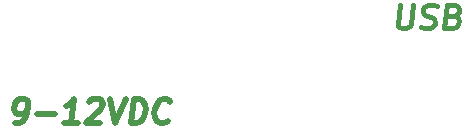
<source format=gts>
G04 #@! TF.GenerationSoftware,KiCad,Pcbnew,5.0.0-rc2*
G04 #@! TF.CreationDate,2019-06-24T18:00:31-04:00*
G04 #@! TF.ProjectId,panelback,70616E656C6261636B2E6B696361645F,rev?*
G04 #@! TF.SameCoordinates,Original*
G04 #@! TF.FileFunction,Soldermask,Top*
G04 #@! TF.FilePolarity,Negative*
%FSLAX46Y46*%
G04 Gerber Fmt 4.6, Leading zero omitted, Abs format (unit mm)*
G04 Created by KiCad (PCBNEW 5.0.0-rc2) date Mon Jun 24 18:00:31 2019*
%MOMM*%
%LPD*%
G01*
G04 APERTURE LIST*
%ADD10C,0.400000*%
%ADD11C,0.500000*%
G04 APERTURE END LIST*
D10*
X100018095Y-87904761D02*
X99815714Y-89523809D01*
X99887142Y-89714285D01*
X99970476Y-89809523D01*
X100149047Y-89904761D01*
X100529999Y-89904761D01*
X100732380Y-89809523D01*
X100839523Y-89714285D01*
X100958571Y-89523809D01*
X101160952Y-87904761D01*
X101779999Y-89809523D02*
X102053809Y-89904761D01*
X102530000Y-89904761D01*
X102732380Y-89809523D01*
X102839523Y-89714285D01*
X102958571Y-89523809D01*
X102982380Y-89333333D01*
X102910952Y-89142857D01*
X102827619Y-89047619D01*
X102649047Y-88952380D01*
X102279999Y-88857142D01*
X102101428Y-88761904D01*
X102018095Y-88666666D01*
X101946666Y-88476190D01*
X101970476Y-88285714D01*
X102089523Y-88095238D01*
X102196666Y-88000000D01*
X102399047Y-87904761D01*
X102875238Y-87904761D01*
X103149047Y-88000000D01*
X104565714Y-88857142D02*
X104839523Y-88952380D01*
X104922857Y-89047619D01*
X104994285Y-89238095D01*
X104958571Y-89523809D01*
X104839523Y-89714285D01*
X104732380Y-89809523D01*
X104530000Y-89904761D01*
X103768095Y-89904761D01*
X104018095Y-87904761D01*
X104684761Y-87904761D01*
X104863333Y-88000000D01*
X104946666Y-88095238D01*
X105018095Y-88285714D01*
X104994285Y-88476190D01*
X104875238Y-88666666D01*
X104768095Y-88761904D01*
X104565714Y-88857142D01*
X103899047Y-88857142D01*
D11*
X67402827Y-97904761D02*
X67783779Y-97904761D01*
X67986160Y-97809523D01*
X68093303Y-97714285D01*
X68319494Y-97428571D01*
X68462351Y-97047619D01*
X68557589Y-96285714D01*
X68486160Y-96095238D01*
X68402827Y-96000000D01*
X68224255Y-95904761D01*
X67843303Y-95904761D01*
X67640922Y-96000000D01*
X67533779Y-96095238D01*
X67414732Y-96285714D01*
X67355208Y-96761904D01*
X67426636Y-96952380D01*
X67509970Y-97047619D01*
X67688541Y-97142857D01*
X68069494Y-97142857D01*
X68271874Y-97047619D01*
X68379017Y-96952380D01*
X68498065Y-96761904D01*
X69307589Y-97142857D02*
X70831398Y-97142857D01*
X72736160Y-97904761D02*
X71593303Y-97904761D01*
X72164732Y-97904761D02*
X72414732Y-95904761D01*
X72188541Y-96190476D01*
X71974255Y-96380952D01*
X71771874Y-96476190D01*
X73724255Y-96095238D02*
X73831398Y-96000000D01*
X74033779Y-95904761D01*
X74509970Y-95904761D01*
X74688541Y-96000000D01*
X74771874Y-96095238D01*
X74843303Y-96285714D01*
X74819494Y-96476190D01*
X74688541Y-96761904D01*
X73402827Y-97904761D01*
X74640922Y-97904761D01*
X75462351Y-95904761D02*
X75879017Y-97904761D01*
X76795684Y-95904761D01*
X77212351Y-97904761D02*
X77462351Y-95904761D01*
X77938541Y-95904761D01*
X78212351Y-96000000D01*
X78379017Y-96190476D01*
X78450446Y-96380952D01*
X78498065Y-96761904D01*
X78462351Y-97047619D01*
X78319494Y-97428571D01*
X78200446Y-97619047D01*
X77986160Y-97809523D01*
X77688541Y-97904761D01*
X77212351Y-97904761D01*
X80379017Y-97714285D02*
X80271874Y-97809523D01*
X79974255Y-97904761D01*
X79783779Y-97904761D01*
X79509970Y-97809523D01*
X79343303Y-97619047D01*
X79271874Y-97428571D01*
X79224255Y-97047619D01*
X79259970Y-96761904D01*
X79402827Y-96380952D01*
X79521874Y-96190476D01*
X79736160Y-96000000D01*
X80033779Y-95904761D01*
X80224255Y-95904761D01*
X80498065Y-96000000D01*
X80581398Y-96095238D01*
M02*

</source>
